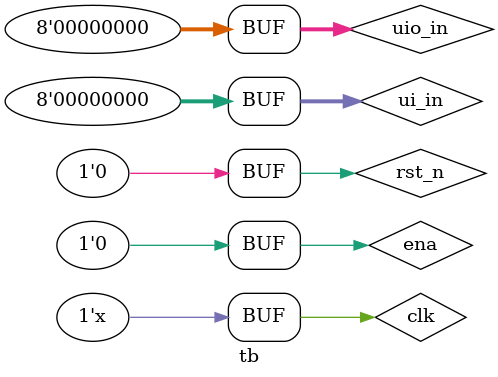
<source format=v>
`default_nettype none
`timescale 1ns/1ps
module tb;
  reg  [7:0] ui_in  = 8'h00;
  wire [7:0] uo_out;
  reg  [7:0] uio_in = 8'h00;
  wire [7:0] uio_out;
  wire [7:0] uio_oe;
  reg        ena    = 1'b0;
  reg        clk    = 1'b0;
  reg        rst_n  = 1'b0;

  // 50 MHz clock
  always #10 clk = ~clk;

  // Stock TT testbench expects tt_um_example → our wrapper provides it
  tt_um_example dut (
    .ui_in (ui_in), .uo_out(uo_out),
    .uio_in(uio_in), .uio_out(uio_out), .uio_oe(uio_oe),
    .ena(ena), .clk(clk), .rst_n(rst_n)
  );
endmodule




</source>
